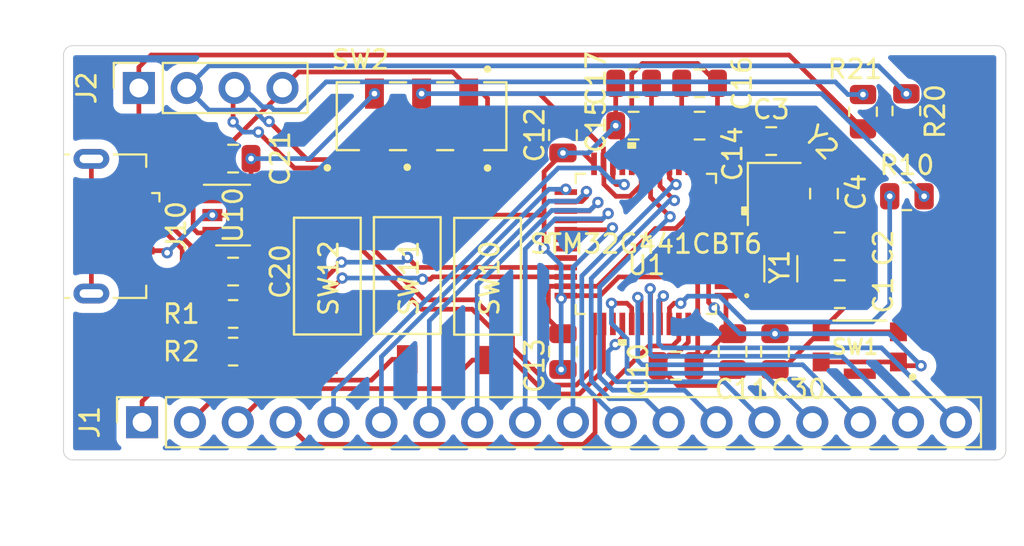
<source format=kicad_pcb>
(kicad_pcb (version 20211014) (generator pcbnew)
  (layers (0 "F.Cu" signal) (31 "B.Cu" signal) (34 "B.Paste" user) (35 "F.Paste" user) (36 "B.SilkS" user "B.Silkscreen") (37 "F.SilkS" user "F.Silkscreen") (38 "B.Mask" user) (39 "F.Mask" user) (44 "Edge.Cuts" user))
  (net 0 "")
  (net 1 "GND")
  (net 2 "Net-(C1-Pad1)")
  (net 3 "Net-(C2-Pad2)")
  (net 4 "Net-(C3-Pad1)")
  (net 5 "Net-(C4-Pad1)")
  (net 6 "+3V3")
  (net 7 "+5V")
  (net 8 "Net-(C30-Pad1)")
  (net 9 "PD7")
  (net 10 "PD6")
  (net 11 "PD5")
  (net 12 "PD4")
  (net 13 "PD3")
  (net 14 "PD2")
  (net 15 "PD1")
  (net 16 "PD0")
  (net 17 "AD6")
  (net 18 "AD5")
  (net 19 "AD4")
  (net 20 "AD3")
  (net 21 "AD2")
  (net 22 "AD1")
  (net 23 "AD0")
  (net 24 "Net-(J1-Pad3)")
  (net 25 "Net-(J1-Pad2)")
  (net 26 "Net-(J1-Pad1)")
  (net 27 "Net-(J10-Pad6)")
  (net 28 "Net-(J10-Pad3)")
  (net 29 "Net-(J10-Pad4)")
  (net 30 "Net-(J10-Pad2)")
  (net 31 "D-")
  (net 32 "D+")
  (net 33 "Net-(R10-Pad2)")
  (net 34 "BOOT0")
  (net 35 "SCL")
  (net 36 "SDA")
  (net 37 "Net-(U1-Pad39)")
  (net 38 "Net-(U1-Pad32)")
  (net 39 "Net-(U1-Pad31)")
  (net 40 "Net-(U1-Pad30)")
  (net 41 "Net-(U1-Pad15)")
  (net 42 "Net-(U1-Pad14)")
  (net 43 "Net-(U1-Pad13)")
  (net 44 "Net-(U1-Pad12)")
  (net 45 "Net-(U1-Pad11)")
  (net 46 "Net-(U1-Pad10)")
  (net 47 "Net-(U1-Pad9)")
  (net 48 "Net-(U1-Pad8)")
  (net 49 "Net-(U1-Pad2)")
  (net 50 "Net-(U10-Pad4)")
  (footprint "Capacitor_SMD:C_0805_2012Metric" (layer "F.Cu") (at 131.75 77.75)
    (fp_text reference "C20")
    (fp_text value "C_Small")
  )
  (footprint "Capacitor_SMD:C_0805_2012Metric" (layer "F.Cu") (at 131.75 71.75)
    (fp_text reference "C21")
    (fp_text value "C_Small")
  )
  (footprint "Connector_PinSocket_2.54mm:PinSocket_1x18_P2.54mm_Vertical" (layer "F.Cu") (at 126.92 85.75 90)
    (fp_text reference "J1")
    (fp_text value "Conn_01x18")
  )
  (footprint "Connector_USB:USB_Micro-B_GCT_USB3076-30-A" (layer "F.Cu") (at 125.43 75.34 -90)
    (fp_text reference "J10")
    (fp_text value "USB_B_Micro")
  )
  (footprint "Button_Switch_SMD:SW_SPDT_JS202011JCQN" (layer "F.Cu") (at 141.75 69.5 -90)
    (fp_text reference "SW2")
    (fp_text value "SW_SPDT")
  )
  (footprint "Button_Switch_SMD:SW_DIP_SPSTx01_DS04-254-2-01BK-SMT" (layer "F.Cu") (at 145.25 78 -90)
    (fp_text reference "SW10")
    (fp_text value "SW_SPST")
  )
  (footprint "Button_Switch_SMD:SW_DIP_SPSTx01_DS04-254-2-01BK-SMT" (layer "F.Cu") (at 140.99 77.96 -90)
    (fp_text reference "SW11")
    (fp_text value "SW_SPST")
  )
  (footprint "Button_Switch_SMD:SW_DIP_SPSTx01_DS04-254-2-01BK-SMT" (layer "F.Cu") (at 136.75 77.99 -90)
    (fp_text reference "SW12")
    (fp_text value "SW_SPST")
  )
  (footprint "Package_TO_SOT_SMD:SOT-23-5" (layer "F.Cu") (at 131.75 74.75)
    (fp_text reference "U10")
    (fp_text value "TPS73133DBV")
  )
  (footprint "Resistor_SMD:R_0805_2012Metric" (layer "F.Cu") (at 131.75 80)
    (fp_text reference "R1")
    (fp_text value "22r")
  )
  (footprint "Resistor_SMD:R_0805_2012Metric" (layer "F.Cu") (at 131.75 82)
    (fp_text reference "R2")
    (fp_text value "22r")
  )
  (footprint "Connector_PinSocket_2.54mm:PinSocket_1x04_P2.54mm_Vertical" (layer "F.Cu") (at 126.75 68 90)
    (fp_text reference "J2")
    (fp_text value "Conn_01x04")
  )
  (footprint "Button_Switch_SMD:SW_Push_KMR421GULCLFS" (layer "F.Cu") (at 165 81.75 180)
    (fp_text reference "SW1")
    (fp_text value "SW_SPST")
  )
  (footprint "Capacitor_SMD:C_0805_2012Metric" (layer "F.Cu") (at 163.94 78.95)
    (fp_text reference "C1")
    (fp_text value "15pF")
  )
  (footprint "Capacitor_SMD:C_0805_2012Metric" (layer "F.Cu") (at 163.1 73.61 90)
    (fp_text reference "C4")
    (fp_text value "22pF")
  )
  (footprint "Capacitor_SMD:C_0805_2012Metric" (layer "F.Cu") (at 149.25 82 90)
    (fp_text reference "C13")
    (fp_text value "0.1uF")
  )
  (footprint "Capacitor_SMD:C_0805_2012Metric" (layer "F.Cu") (at 158.25 82 -90)
    (fp_text reference "C11")
    (fp_text value "0.1uF")
  )
  (footprint "Capacitor_SMD:C_0805_2012Metric" (layer "F.Cu") (at 149.25 70.5 90)
    (fp_text reference "C12")
    (fp_text value "0.1uF")
  )
  (footprint "Capacitor_SMD:C_0805_2012Metric" (layer "F.Cu") (at 153 70)
    (fp_text reference "C15")
    (fp_text value "10nF")
  )
  (footprint "Capacitor_SMD:C_0805_2012Metric" (layer "F.Cu") (at 156.5 67.75 180)
    (fp_text reference "C16")
    (fp_text value "1uF")
  )
  (footprint "Capacitor_SMD:C_0805_2012Metric" (layer "F.Cu") (at 155.25 82.75 180)
    (fp_text reference "C10")
    (fp_text value "4.7uF")
  )
  (footprint "Capacitor_SMD:C_0805_2012Metric" (layer "F.Cu") (at 153 67.75)
    (fp_text reference "C17")
    (fp_text value "1uF")
  )
  (footprint "Capacitor_SMD:C_0805_2012Metric" (layer "F.Cu") (at 160.5 82 -90)
    (fp_text reference "C30")
    (fp_text value "0.1uF")
  )
  (footprint "Capacitor_SMD:C_0805_2012Metric" (layer "F.Cu") (at 163.93 76.41 180)
    (fp_text reference "C2")
    (fp_text value "15pF")
  )
  (footprint "Capacitor_SMD:C_0805_2012Metric" (layer "F.Cu") (at 160.3 70.82)
    (fp_text reference "C3")
    (fp_text value "22pF")
  )
  (footprint "Capacitor_SMD:C_0805_2012Metric" (layer "F.Cu") (at 156.5 70 180)
    (fp_text reference "C14")
    (fp_text value "0.1uF")
  )
  (footprint "MCU_ST_STM32G4:STM32G441CBT6" (layer "F.Cu") (at 153.65 76.28 180)
    (fp_text reference "U1")
    (fp_text value "STM32G441CBT6")
  )
  (footprint "Crystal:Crystal_SMD_2520-4Pin_2.5x2.0mm" (layer "F.Cu") (at 160.46 73.63 -90)
    (fp_text reference "Y2")
    (fp_text value "16mhz")
  )
  (footprint "Resistor_SMD:R_0805_2012Metric" (layer "F.Cu") (at 167.5 73.75)
    (fp_text reference "R10")
    (fp_text value "10k")
  )
  (footprint "Resistor_SMD:R_0805_2012Metric" (layer "F.Cu") (at 167.47 69.22 90)
    (fp_text reference "R20")
    (fp_text value "R_Small")
  )
  (footprint "Resistor_SMD:R_0805_2012Metric" (layer "F.Cu") (at 165.17 69.26 90)
    (fp_text reference "R21")
    (fp_text value "R_Small")
  )
  (footprint "Crystal:Crystal_SMD_3215-2Pin_3.2x1.5mm" (layer "F.Cu") (at 160.81 77.6 -90)
    (fp_text reference "Y1")
    (fp_text value "32khz")
  )
  (gr_line (start 122.75 66.25) (end 122.75 87.25) (layer "Edge.Cuts") (width 0.05))
  (gr_line (start 123.25 87.75) (end 172.25 87.75) (layer "Edge.Cuts") (width 0.05))
  (gr_line (start 172.75 87.25) (end 172.75 66.25) (layer "Edge.Cuts") (width 0.05))
  (gr_line (start 172.25 65.75) (end 123.25 65.75) (layer "Edge.Cuts") (width 0.05))
  (gr_arc (start 123.25 87.75) (mid 122.896447 87.603553) (end 122.75 87.25) (layer "Edge.Cuts") (width 0.05))
  (gr_arc (start 172.75 87.25) (mid 172.603553 87.603553) (end 172.25 87.75) (layer "Edge.Cuts") (width 0.05))
  (gr_arc (start 172.25 65.75) (mid 172.603553 65.896447) (end 172.75 66.25) (layer "Edge.Cuts") (width 0.05))
  (gr_arc (start 122.75 66.25) (mid 122.896447 65.896447) (end 123.25 65.75) (layer "Edge.Cuts") (width 0.05))
  (segment (start 156.80001 71.05001) (end 156.60001 71.05001) (width 0.25) (layer "F.Cu") (net 1))
  (segment (start 148.4781 80.2781) (end 148.4781 78.605002) (width 0.25) (layer "F.Cu") (net 1))
  (segment (start 155.55 67.75) (end 155.55 70) (width 0.25) (layer "F.Cu") (net 1))
  (segment (start 161.25 70.82) (end 160.19999 69.76999) (width 0.25) (layer "F.Cu") (net 1))
  (segment (start 161.16 72.970002) (end 161.16 72.755) (width 0.2) (layer "F.Cu") (net 1))
  (segment (start 151.083589 78.530001) (end 154.151923 75.461667) (width 0.25) (layer "F.Cu") (net 1))
  (segment (start 157.680461 83.519539) (end 158.25 82.95) (width 0.25) (layer "F.Cu") (net 1))
  (segment (start 153.95 70) (end 155.55 70) (width 0.25) (layer "F.Cu") (net 1))
  (segment (start 155.22025 82.180461) (end 155.900001 81.50071) (width 0.25) (layer "F.Cu") (net 1))
  (segment (start 160.89 82.95) (end 160.5 82.95) (width 0.25) (layer "F.Cu") (net 1))
  (segment (start 158.25 82.95) (end 160.5 82.95) (width 0.25) (layer "F.Cu") (net 1))
  (segment (start 130.8 71.75) (end 134.37 68.18) (width 0.25) (layer "F.Cu") (net 1))
  (segment (start 159.76 74.370002) (end 161.16 72.970002) (width 0.2) (layer "F.Cu") (net 1))
  (segment (start 164.88 78.94) (end 164.89 78.95) (width 0.25) (layer "F.Cu") (net 1))
  (segment (start 130.8 71.75) (end 131.505001 72.455001) (width 0.25) (layer "F.Cu") (net 1))
  (segment (start 131.505001 76.555001) (end 131.505001 74.825001) (width 0.25) (layer "F.Cu") (net 1))
  (segment (start 143.400001 67.150001) (end 144.25 68) (width 0.25) (layer "F.Cu") (net 1))
  (segment (start 134.37 68.18) (end 134.37 68) (width 0.25) (layer "F.Cu") (net 1))
  (segment (start 163.005 72.755) (end 163.1 72.66) (width 0.25) (layer "F.Cu") (net 1))
  (segment (start 153.95 70) (end 153.95 67.75) (width 0.25) (layer "F.Cu") (net 1))
  (segment (start 164.88 76.41) (end 164.88 78.94) (width 0.25) (layer "F.Cu") (net 1))
  (segment (start 156.119539 70.569539) (end 155.55 70) (width 0.25) (layer "F.Cu") (net 1))
  (segment (start 149.400001 78.530001) (end 151.083589 78.530001) (width 0.25) (layer "F.Cu") (net 1))
  (segment (start 132.7 77.75) (end 131.505001 76.555001) (width 0.25) (layer "F.Cu") (net 1))
  (segment (start 157.39999 83.80001) (end 157.680461 83.519539) (width 0.25) (layer "F.Cu") (net 1))
  (segment (start 128.14 76.64) (end 128.25 76.75) (width 0.25) (layer "F.Cu") (net 1))
  (segment (start 150.336437 70.119539) (end 149.819539 70.119539) (width 0.25) (layer "F.Cu") (net 1))
  (segment (start 148.553101 78.530001) (end 149.400001 78.530001) (width 0.25) (layer "F.Cu") (net 1))
  (segment (start 156.877401 73.817895) (end 156.877401 71.127401) (width 0.25) (layer "F.Cu") (net 1))
  (segment (start 131.505001 74.825001) (end 131.43 74.75) (width 0.25) (layer "F.Cu") (net 1))
  (segment (start 162.95 80.95) (end 163.65 80.95) (width 0.25) (layer "F.Cu") (net 1))
  (segment (start 145.25 73.55) (end 145.25 68.55) (width 0.25) (layer "F.Cu") (net 1))
  (segment (start 126.88 76.64) (end 128.14 76.64) (width 0.25) (layer "F.Cu") (net 1))
  (segment (start 131.43 74.75) (end 130.65 74.75) (width 0.25) (layer "F.Cu") (net 1))
  (segment (start 151.399999 72.030001) (end 151.399999 71.183101) (width 0.25) (layer "F.Cu") (net 1))
  (segment (start 145 68.3) (end 144.25 68.3) (width 0.25) (layer "F.Cu") (net 1))
  (segment (start 135.219999 67.150001) (end 143.400001 67.150001) (width 0.25) (layer "F.Cu") (net 1))
  (segment (start 154.3 82.75) (end 154.869539 82.180461) (width 0.25) (layer "F.Cu") (net 1))
  (segment (start 153.4 70.55) (end 153.95 70) (width 0.25) (layer "F.Cu") (net 1))
  (segment (start 152.064327 73.751904) (end 151.4226 73.110177) (width 0.25) (layer "F.Cu") (net 1))
  (segment (start 160.19999 69.76999) (end 158.86182 69.76999) (width 0.25) (layer "F.Cu") (net 1))
  (segment (start 153.4 72.030001) (end 153.4 70.55) (width 0.25) (layer "F.Cu") (net 1))
  (segment (start 156.60001 71.05001) (end 156.119539 70.569539) (width 0.25) (layer "F.Cu") (net 1))
  (segment (start 152.800001 73.751904) (end 152.064327 73.751904) (width 0.25) (layer "F.Cu") (net 1))
  (segment (start 155.900001 81.50071) (end 155.900001 81.376899) (width 0.25) (layer "F.Cu") (net 1))
  (segment (start 155.35001 83.80001) (end 157.39999 83.80001) (width 0.25) (layer "F.Cu") (net 1))
  (segment (start 151.399999 71.183101) (end 150.336437 70.119539) (width 0.25) (layer "F.Cu") (net 1))
  (segment (start 154.151923 75.461667) (end 155.233629 75.461667) (width 0.25) (layer "F.Cu") (net 1))
  (segment (start 155.233629 75.461667) (end 156.877401 73.817895) (width 0.25) (layer "F.Cu") (net 1))
  (segment (start 158.27501 70.3568) (end 158.27501 70.71318) (width 0.25) (layer "F.Cu") (net 1))
  (segment (start 144.25 68.3) (end 148 68.3) (width 0.25) (layer "F.Cu") (net 1))
  (segment (start 163.65 80.95) (end 167.05 80.95) (width 0.25) (layer "F.Cu") (net 1))
  (segment (start 161.16 72.755) (end 163.005 72.755) (width 0.25) (layer "F.Cu") (net 1))
  (segment (start 161.16 70.91) (end 161.25 70.82) (width 0.25) (layer "F.Cu") (net 1))
  (segment (start 154.3 82.75) (end 155.35001 83.80001) (width 0.25) (layer "F.Cu") (net 1))
  (segment (start 158.86182 69.76999) (end 158.27501 70.3568) (width 0.25) (layer "F.Cu") (net 1))
  (segment (start 164.88 74.44) (end 163.1 72.66) (width 0.25) (layer "F.Cu") (net 1))
  (segment (start 148 68.3) (end 149.25 69.55) (width 0.25) (layer "F.Cu") (net 1))
  (segment (start 154.869539 82.180461) (end 155.22025 82.180461) (width 0.25) (layer "F.Cu") (net 1))
  (segment (start 145.25 68.55) (end 145 68.3) (width 0.25) (layer "F.Cu") (net 1))
  (segment (start 131.505001 72.455001) (end 131.505001 74.825001) (width 0.25) (layer "F.Cu") (net 1))
  (segment (start 159.76 74.505) (end 159.76 74.370002) (width 0.2) (layer "F.Cu") (net 1))
  (segment (start 144.25 68) (end 144.25 68.3) (width 0.25) (layer "F.Cu") (net 1))
  (segment (start 148.4781 78.605002) (end 148.553101 78.530001) (width 0.25) (layer "F.Cu") (net 1))
  (segment (start 151.4226 72.052602) (end 151.399999 72.030001) (width 0.25) (layer "F.Cu") (net 1))
  (segment (start 155.900001 81.376899) (end 155.900001 80.529999) (width 0.25) (layer "F.Cu") (net 1))
  (segment (start 161.16 72.755) (end 161.16 70.91) (width 0.25) (layer "F.Cu") (net 1))
  (segment (start 151.4226 73.110177) (end 151.4226 72.052602) (width 0.25) (layer "F.Cu") (net 1))
  (segment (start 153.4 73.151905) (end 152.800001 73.751904) (width 0.25) (layer "F.Cu") (net 1))
  (segment (start 134.37 68) (end 135.219999 67.150001) (width 0.25) (layer "F.Cu") (net 1))
  (segment (start 149.819539 70.119539) (end 149.25 69.55) (width 0.25) (layer "F.Cu") (net 1))
  (segment (start 149.25 81.05) (end 148.4781 80.2781) (width 0.25) (layer "F.Cu") (net 1))
  (segment (start 153.4 72.030001) (end 153.4 73.151905) (width 0.25) (layer "F.Cu") (net 1))
  (segment (start 157.93818 71.05001) (end 156.80001 71.05001) (width 0.25) (layer "F.Cu") (net 1))
  (segment (start 164.88 76.41) (end 164.88 74.44) (width 0.25) (layer "F.Cu") (net 1))
  (segment (start 158.27501 70.71318) (end 157.93818 71.05001) (width 0.25) (layer "F.Cu") (net 1))
  (segment (start 156.877401 71.127401) (end 156.80001 71.05001) (width 0.25) (layer "F.Cu") (net 1))
  (segment (start 164.89 78.95) (end 160.89 82.95) (width 0.25) (layer "F.Cu") (net 1))
  (via (at 130.65 74.75) (size 0.6) (drill 0.3) (layers "F.Cu" "B.Cu") (net 1))
  (via (at 128.25 76.75) (size 0.6) (drill 0.3) (layers "F.Cu" "B.Cu") (net 1))
  (segment (start 128.25 76.75) (end 130.25 74.75) (width 0.25) (layer "B.Cu") (net 1))
  (segment (start 130.25 74.75) (end 130.65 74.75) (width 0.25) (layer "B.Cu") (net 1))
  (segment (start 160.81 78.1) (end 160.81 78.85) (width 0.25) (layer "F.Cu") (net 2))
  (segment (start 162.99 78.95) (end 160.91 78.95) (width 0.25) (layer "F.Cu") (net 2))
  (segment (start 157.899999 78.029999) (end 160.739999 78.029999) (width 0.25) (layer "F.Cu") (net 2))
  (segment (start 160.91 78.95) (end 160.81 78.85) (width 0.25) (layer "F.Cu") (net 2))
  (segment (start 160.739999 78.029999) (end 160.81 78.1) (width 0.25) (layer "F.Cu") (net 2))
  (segment (start 160.81 77.1) (end 160.81 76.35) (width 0.25) (layer "F.Cu") (net 3))
  (segment (start 160.38 77.53) (end 160.81 77.1) (width 0.25) (layer "F.Cu") (net 3))
  (segment (start 157.899999 77.53) (end 160.38 77.53) (width 0.25) (layer "F.Cu") (net 3))
  (segment (start 160.81 76.35) (end 162.92 76.35) (width 0.25) (layer "F.Cu") (net 3))
  (segment (start 162.92 76.35) (end 162.98 76.41) (width 0.25) (layer "F.Cu") (net 3))
  (segment (start 158.734301 76.53) (end 158.934999 76.329302) (width 0.25) (layer "F.Cu") (net 4))
  (segment (start 158.934999 76.329302) (end 158.934999 73.655001) (width 0.25) (layer "F.Cu") (net 4))
  (segment (start 157.899999 76.53) (end 158.734301 76.53) (width 0.25) (layer "F.Cu") (net 4))
  (segment (start 159.76 72.83) (end 159.76 72.755) (width 0.25) (layer "F.Cu") (net 4))
  (segment (start 158.934999 73.655001) (end 159.76 72.83) (width 0.25) (layer "F.Cu") (net 4))
  (segment (start 159.35 72.345) (end 159.76 72.755) (width 0.25) (layer "F.Cu") (net 4))
  (segment (start 159.35 70.82) (end 159.35 72.345) (width 0.25) (layer "F.Cu") (net 4))
  (segment (start 159.584999 75.589999) (end 159.769997 75.405001) (width 0.25) (layer "F.Cu") (net 5))
  (segment (start 161.215 74.56) (end 161.16 74.505) (width 0.25) (layer "F.Cu") (net 5))
  (segment (start 161.084999 75.405001) (end 161.16 75.33) (width 0.25) (layer "F.Cu") (net 5))
  (segment (start 163.1 74.56) (end 161.215 74.56) (width 0.25) (layer "F.Cu") (net 5))
  (segment (start 159.769997 75.405001) (end 161.084999 75.405001) (width 0.25) (layer "F.Cu") (net 5))
  (segment (start 161.16 75.33) (end 161.16 74.505) (width 0.25) (layer "F.Cu") (net 5))
  (segment (start 158.87071 77.030001) (end 159.584999 76.315712) (width 0.25) (layer "F.Cu") (net 5))
  (segment (start 157.899999 77.030001) (end 158.87071 77.030001) (width 0.25) (layer "F.Cu") (net 5))
  (segment (start 159.584999 76.315712) (end 159.584999 75.589999) (width 0.25) (layer "F.Cu") (net 5))
  (segment (start 140.075001 69.425001) (end 139.25 68.6) (width 0.25) (layer "F.Cu") (net 6))
  (segment (start 152.4 72.030001) (end 152.899999 72.030001) (width 0.25) (layer "F.Cu") (net 6))
  (segment (start 156.4 80.529999) (end 156.4 82.55) (width 0.25) (layer "F.Cu") (net 6))
  (segment (start 143.03 74.75) (end 148.25 74.75) (width 0.25) (layer "F.Cu") (net 6))
  (segment (start 151.22 79.03) (end 152.214272 78.035728) (width 0.25) (layer "F.Cu") (net 6))
  (segment (start 148.25 76.5) (end 148.25 74.75) (width 0.25) (layer "F.Cu") (net 6))
  (segment (start 152.214272 78.035728) (end 156.035728 78.035728) (width 0.25) (layer "F.Cu") (net 6))
  (segment (start 152.899999 72.030001) (end 152.899999 67.261811) (width 0.25) (layer "F.Cu") (net 6))
  (segment (start 139.25 68.6) (end 139.25 68.3) (width 0.25) (layer "F.Cu") (net 6))
  (segment (start 156.2 82.75) (end 157.9 81.05) (width 0.25) (layer "F.Cu") (net 6))
  (segment (start 156.4 79.683099) (end 156.4 80.529999) (width 0.25) (layer "F.Cu") (net 6))
  (segment (start 148.25 74.75) (end 148.25 72.45) (width 0.25) (layer "F.Cu") (net 6))
  (segment (start 153.46182 66.69999) (end 156.39999 66.69999) (width 0.25) (layer "F.Cu") (net 6))
  (segment (start 152.4 70.35) (end 152.05 70) (width 0.25) (layer "F.Cu") (net 6))
  (segment (start 149.25 82.95) (end 149.155 82.95) (width 0.25) (layer "F.Cu") (net 6))
  (segment (start 156.880461 67.180461) (end 157.45 67.75) (width 0.25) (layer "F.Cu") (net 6))
  (segment (start 140.99 73.51) (end 140.989999 71.825001) (width 0.25) (layer "F.Cu") (net 6))
  (segment (start 156.4 78.4) (end 156.4 79.683099) (width 0.25) (layer "F.Cu") (net 6))
  (segment (start 156.4 82.55) (end 156.2 82.75) (width 0.25) (layer "F.Cu") (net 6))
  (segment (start 148.25 72.45) (end 149.25 71.45) (width 0.25) (layer "F.Cu") (net 6))
  (segment (start 140.075001 70.910003) (end 140.075001 69.425001) (width 0.25) (layer "F.Cu") (net 6))
  (segment (start 157.899999 80.699999) (end 158.25 81.05) (width 0.25) (layer "F.Cu") (net 6))
  (segment (start 140.99 73.51) (end 141.79 73.51) (width 0.25) (layer "F.Cu") (net 6))
  (segment (start 150.319999 71.45) (end 150.9 72.030001) (width 0.25) (layer "F.Cu") (net 6))
  (segment (start 152.4 72.030001) (end 152.4 70.35) (width 0.25) (layer "F.Cu") (net 6))
  (segment (start 149.25 71.45) (end 150.319999 71.45) (width 0.25) (layer "F.Cu") (net 6))
  (segment (start 132.7 73.65) (end 132.85 73.8) (width 0.25) (layer "F.Cu") (net 6))
  (segment (start 132.7 71.75) (end 132.7 73.65) (width 0.25) (layer "F.Cu") (net 6))
  (segment (start 156.035728 78.035728) (end 156.4 78.4) (width 0.25) (layer "F.Cu") (net 6))
  (segment (start 140.989999 71.825001) (end 140.075001 70.910003) (width 0.25) (layer "F.Cu") (net 6))
  (segment (start 157.899999 79.03) (end 157.899999 80.699999) (width 0.25) (layer "F.Cu") (net 6))
  (segment (start 156.39999 66.69999) (end 156.880461 67.180461) (width 0.25) (layer "F.Cu") (net 6))
  (segment (start 152.899999 67.261811) (end 153.46182 66.69999) (width 0.25) (layer "F.Cu") (net 6))
  (segment (start 157.45 70) (end 157.45 67.75) (width 0.25) (layer "F.Cu") (net 6))
  (segment (start 152.05 70) (end 152.05 67.75) (width 0.25) (layer "F.Cu") (net 6))
  (segment (start 149.400001 79.03) (end 151.22 79.03) (width 0.25) (layer "F.Cu") (net 6))
  (segment (start 157.9 81.05) (end 158.25 81.05) (width 0.25) (layer "F.Cu") (net 6))
  (segment (start 141.79 73.51) (end 143.03 74.75) (width 0.25) (layer "F.Cu") (net 6))
  (via (at 132.7 71.75) (size 0.6) (drill 0.3) (layers "F.Cu" "B.Cu") (net 6))
  (via (at 139.25 68.3) (size 0.6) (drill 0.3) (layers "F.Cu" "B.Cu") (net 6))
  (via (at 149.155 82.95) (size 0.6) (drill 0.3) (layers "F.Cu" "B.Cu") (net 6))
  (via (at 149.25 71.45) (size 0.6) (drill 0.3) (layers "F.Cu" "B.Cu") (net 6))
  (via (at 149.155 79.182403) (size 0.6) (drill 0.3) (layers "F.Cu" "B.Cu") (net 6))
  (via (at 152.05 70) (size 0.6) (drill 0.3) (layers "F.Cu" "B.Cu") (net 6))
  (via (at 148.25 76.5) (size 0.6) (drill 0.3) (layers "F.Cu" "B.Cu") (net 6))
  (segment (start 149.155 79.182403) (end 149.155 77.405) (width 0.25) (layer "B.Cu") (net 6))
  (segment (start 149.25 71.45) (end 150.6 71.45) (width 0.25) (layer "B.Cu") (net 6))
  (segment (start 149.155 82.95) (end 149.155 79.182403) (width 0.25) (layer "B.Cu") (net 6))
  (segment (start 135.8 71.75) (end 139.25 68.3) (width 0.25) (layer "B.Cu") (net 6))
  (segment (start 132.7 71.75) (end 135.8 71.75) (width 0.25) (layer "B.Cu") (net 6))
  (segment (start 150.6 71.45) (end 152.05 70) (width 0.25) (layer "B.Cu") (net 6))
  (segment (start 149.155 77.405) (end 148.25 76.5) (width 0.25) (layer "B.Cu") (net 6))
  (segment (start 165.17 70.1725) (end 167.43 70.1725) (width 0.25) (layer "F.Cu") (net 7))
  (segment (start 167.43 70.1725) (end 167.47 70.1325) (width 0.25) (layer "F.Cu") (net 7))
  (segment (start 131.369539 78.319539) (end 130.8 77.75) (width 0.25) (layer "F.Cu") (net 7))
  (segment (start 161.247481 66.249981) (end 127.400019 66.249981) (width 0.25) (layer "F.Cu") (net 7))
  (segment (start 129.63 74.04) (end 127.83 74.04) (width 0.25) (layer "F.Cu") (net 7))
  (segment (start 126.75 66.9) (end 126.75 68) (width 0.25) (layer "F.Cu") (net 7))
  (segment (start 126.75 70.105) (end 130.445 73.8) (width 0.25) (layer "F.Cu") (net 7))
  (segment (start 130.445 73.8) (end 130.65 73.8) (width 0.25) (layer "F.Cu") (net 7))
  (segment (start 130.65 77.6) (end 130.8 77.75) (width 0.25) (layer "F.Cu") (net 7))
  (segment (start 126.75 68) (end 126.75 70.105) (width 0.25) (layer "F.Cu") (net 7))
  (segment (start 129.87 75.7) (end 129.63 75.46) (width 0.25) (layer "F.Cu") (net 7))
  (segment (start 130.65 75.7) (end 130.65 77.6) (width 0.25) (layer "F.Cu") (net 7))
  (segment (start 136.75 75.23819) (end 133.18818 78.80001) (width 0.25) (layer "F.Cu") (net 7))
  (segment (start 133.18818 78.80001) (end 131.85001 78.80001) (width 0.25) (layer "F.Cu") (net 7))
  (segment (start 130.65 75.7) (end 129.87 75.7) (width 0.25) (layer "F.Cu") (net 7))
  (segment (start 127.83 74.04) (end 126.88 74.04) (width 0.25) (layer "F.Cu") (net 7))
  (segment (start 165.17 70.1725) (end 161.247481 66.249981) (width 0.25) (layer "F.Cu") (net 7))
  (segment (start 130.65 73.8) (end 129.87 73.8) (width 0.25) (layer "F.Cu") (net 7))
  (segment (start 129.87 73.8) (end 129.63 74.04) (width 0.25) (layer "F.Cu") (net 7))
  (segment (start 127.400019 66.249981) (end 126.75 66.9) (width 0.25) (layer "F.Cu") (net 7))
  (segment (start 131.85001 78.80001) (end 131.369539 78.319539) (width 0.25) (layer "F.Cu") (net 7))
  (segment (start 136.75 73.54) (end 136.75 75.23819) (width 0.25) (layer "F.Cu") (net 7))
  (segment (start 129.63 75.46) (end 129.63 74.04) (width 0.25) (layer "F.Cu") (net 7))
  (segment (start 156.978098 79.385501) (end 157.274999 79.682402) (width 0.25) (layer "F.Cu") (net 8))
  (segment (start 157.899999 76.03) (end 157.053099 76.03) (width 0.25) (layer "F.Cu") (net 8))
  (segment (start 162.95 82.55) (end 167.05 82.55) (width 0.25) (layer "F.Cu") (net 8))
  (segment (start 168.25 82.75) (end 167.25 82.75) (width 0.25) (layer "F.Cu") (net 8))
  (segment (start 167.25 82.75) (end 167.05 82.55) (width 0.25) (layer "F.Cu") (net 8))
  (segment (start 156.978098 76.105001) (end 156.978098 79.385501) (width 0.25) (layer "F.Cu") (net 8))
  (segment (start 157.053099 76.03) (end 156.978098 76.105001) (width 0.25) (layer "F.Cu") (net 8))
  (via (at 157.274999 79.682402) (size 0.6) (drill 0.3) (layers "F.Cu" "B.Cu") (net 8))
  (via (at 168.25 82.75) (size 0.6) (drill 0.3) (layers "F.Cu" "B.Cu") (net 8))
  (via (at 160.5 81.05) (size 0.6) (drill 0.3) (layers "F.Cu" "B.Cu") (net 8))
  (segment (start 166.55 81.05) (end 168.25 82.75) (width 0.25) (layer "B.Cu") (net 8))
  (segment (start 160.5 81.05) (end 166.55 81.05) (width 0.25) (layer "B.Cu") (net 8))
  (segment (start 157.274999 79.682402) (end 158.642597 81.05) (width 0.25) (layer "B.Cu") (net 8))
  (segment (start 158.642597 81.05) (end 160.5 81.05) (width 0.25) (layer "B.Cu") (net 8))
  (segment (start 154.579169 79.043075) (end 154.400001 79.222243) (width 0.25) (layer "F.Cu") (net 9))
  (segment (start 154.400001 79.222243) (end 154.400001 80.529999) (width 0.25) (layer "F.Cu") (net 9))
  (via (at 154.579169 79.043075) (size 0.6) (drill 0.3) (layers "F.Cu" "B.Cu") (net 9))
  (segment (start 154.54994 81.79994) (end 154.326459 81.576459) (width 0.25) (layer "B.Cu") (net 9))
  (segment (start 170.1 85.75) (end 166.14994 81.79994) (width 0.25) (layer "B.Cu") (net 9))
  (segment (start 166.14994 81.79994) (end 154.54994 81.79994) (width 0.25) (layer "B.Cu") (net 9))
  (segment (start 154.326459 81.576459) (end 154.326459 79.295785) (width 0.25) (layer "B.Cu") (net 9))
  (segment (start 154.326459 79.295785) (end 154.579169 79.043075) (width 0.25) (layer "B.Cu") (net 9))
  (segment (start 153.9 78.68428) (end 153.9 80.529999) (width 0.25) (layer "F.Cu") (net 10))
  (segment (start 153.876449 78.660729) (end 153.9 78.68428) (width 0.25) (layer "F.Cu") (net 10))
  (via (at 153.876449 78.660729) (size 0.6) (drill 0.3) (layers "F.Cu" "B.Cu") (net 10))
  (segment (start 153.876449 78.660729) (end 153.876449 82.126449) (width 0.25) (layer "B.Cu") (net 10))
  (segment (start 153.876449 82.126449) (end 153.99995 82.24995) (width 0.25) (layer "B.Cu") (net 10))
  (segment (start 164.05995 82.24995) (end 167.56 85.75) (width 0.25) (layer "B.Cu") (net 10))
  (segment (start 153.99995 82.24995) (end 164.05995 82.24995) (width 0.25) (layer "B.Cu") (net 10))
  (segment (start 153.222906 79.122122) (end 153.4 79.299216) (width 0.25) (layer "F.Cu") (net 11))
  (segment (start 153.4 79.299216) (end 153.4 80.529999) (width 0.25) (layer "F.Cu") (net 11))
  (via (at 153.222906 79.122122) (size 0.6) (drill 0.3) (layers "F.Cu" "B.Cu") (net 11))
  (segment (start 153.44996 82.69996) (end 153.222906 82.472906) (width 0.25) (layer "B.Cu") (net 11))
  (segment (start 165.02 85.75) (end 161.96996 82.69996) (width 0.25) (layer "B.Cu") (net 11))
  (segment (start 161.96996 82.69996) (end 153.44996 82.69996) (width 0.25) (layer "B.Cu") (net 11))
  (segment (start 153.222906 82.472906) (end 153.222906 79.122122) (width 0.25) (layer "B.Cu") (net 11))
  (segment (start 152.899999 80.529999) (end 152.899999 79.683099) (width 0.25) (layer "F.Cu") (net 12))
  (segment (start 152.899999 79.683099) (end 152.649997 79.433097) (width 0.25) (layer "F.Cu") (net 12))
  (segment (start 152.649997 79.433097) (end 151.82501 79.433097) (width 0.25) (layer "F.Cu") (net 12))
  (via (at 151.82501 79.433097) (size 0.6) (drill 0.3) (layers "F.Cu" "B.Cu") (net 12))
  (segment (start 152.65 81.3269) (end 152.65 83.1) (width 0.25) (layer "B.Cu") (net 12))
  (segment (start 159.87997 83.14997) (end 162.48 85.75) (width 0.25) (layer "B.Cu") (net 12))
  (segment (start 152.65 83.1) (end 152.69997 83.14997) (width 0.25) (layer "B.Cu") (net 12))
  (segment (start 151.82501 79.433097) (end 151.82501 80.50191) (width 0.25) (layer "B.Cu") (net 12))
  (segment (start 152.69997 83.14997) (end 159.87997 83.14997) (width 0.25) (layer "B.Cu") (net 12))
  (segment (start 151.82501 80.50191) (end 152.65 81.3269) (width 0.25) (layer "B.Cu") (net 12))
  (segment (start 152.4 81.2519) (end 152.4 80.529999) (width 0.25) (layer "F.Cu") (net 13))
  (segment (start 152.024999 81.626901) (end 152.4 81.2519) (width 0.25) (layer "F.Cu") (net 13))
  (via (at 152.024999 81.626901) (size 0.6) (drill 0.3) (layers "F.Cu" "B.Cu") (net 13))
  (segment (start 151.65002 83.15002) (end 151.65002 82.67499) (width 0.25) (layer "B.Cu") (net 13))
  (segment (start 151.65002 82.67499) (end 151.65002 82.00188) (width 0.25) (layer "B.Cu") (net 13))
  (segment (start 155.88639 83.59998) (end 152.09998 83.59998) (width 0.25) (layer "B.Cu") (net 13))
  (segment (start 159.94 85.75) (end 157.78998 83.59998) (width 0.25) (layer "B.Cu") (net 13))
  (segment (start 151.65002 82.00188) (end 152.024999 81.626901) (width 0.25) (layer "B.Cu") (net 13))
  (segment (start 152.09998 83.59998) (end 151.65002 83.15002) (width 0.25) (layer "B.Cu") (net 13))
  (segment (start 157.78998 83.59998) (end 155.88639 83.59998) (width 0.25) (layer "B.Cu") (net 13))
  (segment (start 153.9 73.803038) (end 154.933628 74.836666) (width 0.25) (layer "F.Cu") (net 14))
  (segment (start 153.9 72.030001) (end 153.9 73.803038) (width 0.25) (layer "F.Cu") (net 14))
  (via (at 154.933628 74.836666) (size 0.6) (drill 0.3) (layers "F.Cu" "B.Cu") (net 14))
  (segment (start 155.69999 84.04999) (end 156.550001 84.900001) (width 0.25) (layer "B.Cu") (net 14))
  (segment (start 151.20001 78.570284) (end 151.20001 83.35719) (width 0.25) (layer "B.Cu") (net 14))
  (segment (start 154.933628 74.836666) (end 151.20001 78.570284) (width 0.25) (layer "B.Cu") (net 14))
  (segment (start 151.89281 84.04999) (end 155.69999 84.04999) (width 0.25) (layer "B.Cu") (net 14))
  (segment (start 151.20001 83.35719) (end 151.89281 84.04999) (width 0.25) (layer "B.Cu") (net 14))
  (segment (start 156.550001 84.900001) (end 157.4 85.75) (width 0.25) (layer "B.Cu") (net 14))
  (segment (start 154.400001 72.030001) (end 154.400001 73.208947) (width 0.25) (layer "F.Cu") (net 15))
  (segment (start 154.400001 73.208947) (end 155.162469 73.971415) (width 0.25) (layer "F.Cu") (net 15))
  (via (at 155.162469 73.971415) (size 0.6) (drill 0.3) (layers "F.Cu" "B.Cu") (net 15))
  (segment (start 154.86 85.75) (end 153.61 84.5) (width 0.25) (layer "B.Cu") (net 15))
  (segment (start 155.162469 73.971415) (end 155.133884 74) (width 0.25) (layer "B.Cu") (net 15))
  (segment (start 151.70641 84.5) (end 150.75 83.54359) (width 0.25) (layer "B.Cu") (net 15))
  (segment (start 152.68789 76.179666) (end 152.706745 76.179665) (width 0.25) (layer "B.Cu") (net 15))
  (segment (start 155.133884 74) (end 154.88641 74) (width 0.25) (layer "B.Cu") (net 15))
  (segment (start 154.88641 74) (end 152.706744 76.179666) (width 0.25) (layer "B.Cu") (net 15))
  (segment (start 153.61 84.5) (end 151.70641 84.5) (width 0.25) (layer "B.Cu") (net 15))
  (segment (start 150.75 78.117556) (end 152.68789 76.179666) (width 0.25) (layer "B.Cu") (net 15))
  (segment (start 152.706744 76.179666) (end 152.68789 76.179666) (width 0.25) (layer "B.Cu") (net 15))
  (segment (start 150.75 83.54359) (end 150.75 78.117556) (width 0.25) (layer "B.Cu") (net 15))
  (segment (start 154.9 72.776903) (end 154.9 72.030001) (width 0.25) (layer "F.Cu") (net 16))
  (segment (start 155.25 73.126903) (end 154.9 72.776903) (width 0.25) (layer "F.Cu") (net 16))
  (via (at 155.25 73.126903) (size 0.6) (drill 0.3) (layers "F.Cu" "B.Cu") (net 16))
  (segment (start 150.25 77.981146) (end 152.481146 75.75) (width 0.25) (layer "B.Cu") (net 16))
  (segment (start 152.32 85.75) (end 150.25 83.68) (width 0.25) (layer "B.Cu") (net 16))
  (segment (start 152.481146 75.75) (end 152.50149 75.729656) (width 0.25) (layer "B.Cu") (net 16))
  (segment (start 152.50149 75.729656) (end 152.520344 75.729656) (width 0.25) (layer "B.Cu") (net 16))
  (segment (start 152.520344 75.729656) (end 154.5 73.75) (width 0.25) (layer "B.Cu") (net 16))
  (segment (start 150.25 83.68) (end 150.25 77.981146) (width 0.25) (layer "B.Cu") (net 16))
  (segment (start 154.5 73.75) (end 155.123097 73.126903) (width 0.25) (layer "B.Cu") (net 16))
  (segment (start 155.123097 73.126903) (end 155.25 73.126903) (width 0.25) (layer "B.Cu") (net 16))
  (segment (start 149.400001 75.529999) (end 151.776145 75.529999) (width 0.25) (layer "F.Cu") (net 17))
  (segment (start 151.776145 75.529999) (end 151.876489 75.429655) (width 0.25) (layer "F.Cu") (net 17))
  (via (at 151.876489 75.429655) (size 0.6) (drill 0.3) (layers "F.Cu" "B.Cu") (net 17))
  (segment (start 149.78 85.75) (end 149.78 77.526144) (width 0.25) (layer "B.Cu") (net 17))
  (segment (start 149.78 77.526144) (end 151.876489 75.429655) (width 0.25) (layer "B.Cu") (net 17))
  (segment (start 151.650558 74.662219) (end 151.282777 75.03) (width 0.25) (layer "F.Cu") (net 18))
  (segment (start 151.282777 75.03) (end 149.400001 75.03) (width 0.25) (layer "F.Cu") (net 18))
  (via (at 151.650558 74.662219) (size 0.6) (drill 0.3) (layers "F.Cu" "B.Cu") (net 18))
  (segment (start 147.25 76.54564) (end 148.84563 74.95001) (width 0.25) (layer "B.Cu") (net 18))
  (segment (start 148.84563 74.95001) (end 151.362767 74.95001) (width 0.25) (layer "B.Cu") (net 18))
  (segment (start 147.24 85.75) (end 147.24 84.547919) (width 0.25) (layer "B.Cu") (net 18))
  (segment (start 147.25 84.537919) (end 147.25 76.54564) (width 0.25) (layer "B.Cu") (net 18))
  (segment (start 151.362767 74.95001) (end 151.650558 74.662219) (width 0.25) (layer "B.Cu") (net 18))
  (segment (start 147.24 84.547919) (end 147.25 84.537919) (width 0.25) (layer "B.Cu") (net 18))
  (segment (start 150.652188 74.530001) (end 149.400001 74.530001) (width 0.25) (layer "F.Cu") (net 19))
  (segment (start 151.106339 74.07585) (end 150.652188 74.530001) (width 0.25) (layer "F.Cu") (net 19))
  (via (at 151.106339 74.07585) (size 0.6) (drill 0.3) (layers "F.Cu" "B.Cu") (net 19))
  (segment (start 150.682189 74.5) (end 151.106339 74.07585) (width 0.25) (layer "B.Cu") (net 19))
  (segment (start 144.7 85.75) (end 144.7 78.45923) (width 0.25) (layer "B.Cu") (net 19))
  (segment (start 144.7 78.45923) (end 148.65923 74.5) (width 0.25) (layer "B.Cu") (net 19))
  (segment (start 148.65923 74.5) (end 150.682189 74.5) (width 0.25) (layer "B.Cu") (net 19))
  (segment (start 150.246901 74.029999) (end 149.400001 74.029999) (width 0.25) (layer "F.Cu") (net 20))
  (segment (start 150.246901 74.029999) (end 150.496903 73.779997) (width 0.25) (layer "F.Cu") (net 20))
  (segment (start 150.496903 73.779997) (end 150.496903 73.5) (width 0.25) (layer "F.Cu") (net 20))
  (via (at 150.496903 73.5) (size 0.6) (drill 0.3) (layers "F.Cu" "B.Cu") (net 20))
  (segment (start 149.98859 74.008313) (end 149.98859 74.01141) (width 0.25) (layer "B.Cu") (net 20))
  (segment (start 142.16 80.36282) (end 148.51141 74.01141) (width 0.25) (layer "B.Cu") (net 20))
  (segment (start 150.496903 73.5) (end 149.98859 74.008313) (width 0.25) (layer "B.Cu") (net 20))
  (segment (start 148.51141 74.01141) (end 149.98859 74.01141) (width 0.25) (layer "B.Cu") (net 20))
  (segment (start 142.16 85.75) (end 142.16 80.36282) (width 0.25) (layer "B.Cu") (net 20))
  (via (at 149.400001 73.377597) (size 0.6) (drill 0.3) (layers "F.Cu" "B.Cu") (net 21))
  (segment (start 148.508813 73.377597) (end 149.400001 73.377597) (width 0.25) (layer "B.Cu") (net 21))
  (segment (start 139.62 85.75) (end 139.62 82.26641) (width 0.25) (layer "B.Cu") (net 21))
  (segment (start 139.62 82.26641) (end 148.508813 73.377597) (width 0.25) (layer "B.Cu") (net 21))
  (segment (start 152.5 73.126903) (end 152.075736 73.126903) (width 0.25) (layer "F.Cu") (net 22))
  (segment (start 151.900001 72.951168) (end 151.900001 72.876901) (width 0.25) (layer "F.Cu") (net 22))
  (segment (start 151.900202 72.030202) (end 151.900001 72.030001) (width 0.25) (layer "F.Cu") (net 22))
  (segment (start 151.900001 72.876901) (end 151.900001 72.030001) (width 0.25) (layer "F.Cu") (net 22))
  (segment (start 152.075736 73.126903) (end 151.900001 72.951168) (width 0.25) (layer "F.Cu") (net 22))
  (via (at 152.5 73.126903) (size 0.6) (drill 0.3) (layers "F.Cu" "B.Cu") (net 22))
  (segment (start 137.08 84.17) (end 149 72.25) (width 0.25) (layer "B.Cu") (net 22))
  (segment (start 151.163694 72.25) (end 151.900202 72.986508) (width 0.25) (layer "B.Cu") (net 22))
  (segment (start 151.900202 72.986508) (end 152.359605 72.986508) (width 0.25) (layer "B.Cu") (net 22))
  (segment (start 137.08 85.75) (end 137.08 84.17) (width 0.25) (layer "B.Cu") (net 22))
  (segment (start 149 72.25) (end 151.163694 72.25) (width 0.25) (layer "B.Cu") (net 22))
  (segment (start 152.359605 72.986508) (end 152.5 73.126903) (width 0.25) (layer "B.Cu") (net 22))
  (segment (start 150.955001 84.556809) (end 150.955001 86.314001) (width 0.25) (layer "F.Cu") (net 23))
  (segment (start 155.399999 80.529999) (end 155.399999 81.364302) (width 0.25) (layer "F.Cu") (net 23))
  (segment (start 155.399999 81.364302) (end 155.064311 81.69999) (width 0.25) (layer "F.Cu") (net 23))
  (segment (start 134.54 85.75) (end 135.715001 86.925001) (width 0.25) (layer "F.Cu") (net 23))
  (segment (start 150.955001 86.314001) (end 150.344001 86.925001) (width 0.25) (layer "F.Cu") (net 23))
  (segment (start 155.064311 81.69999) (end 153.81182 81.69999) (width 0.25) (layer "F.Cu") (net 23))
  (segment (start 150.344001 86.925001) (end 135.715001 86.925001) (width 0.25) (layer "F.Cu") (net 23))
  (segment (start 153.81182 81.69999) (end 150.955001 84.556809) (width 0.25) (layer "F.Cu") (net 23))
  (segment (start 132 85.75) (end 133.784989 83.965011) (width 0.25) (layer "F.Cu") (net 24))
  (segment (start 144.45 82.45) (end 145.25 82.45) (width 0.25) (layer "F.Cu") (net 24))
  (segment (start 142.934989 83.965011) (end 144.45 82.45) (width 0.25) (layer "F.Cu") (net 24))
  (segment (start 133.784989 83.965011) (end 142.934989 83.965011) (width 0.25) (layer "F.Cu") (net 24))
  (segment (start 131.694999 83.515001) (end 139.084999 83.515001) (width 0.25) (layer "F.Cu") (net 25))
  (segment (start 140.19 82.41) (end 140.99 82.41) (width 0.25) (layer "F.Cu") (net 25))
  (segment (start 129.46 85.75) (end 131.694999 83.515001) (width 0.25) (layer "F.Cu") (net 25))
  (segment (start 139.084999 83.515001) (end 140.19 82.41) (width 0.25) (layer "F.Cu") (net 25))
  (segment (start 135.36499 83.02501) (end 135.95 82.44) (width 0.25) (layer "F.Cu") (net 26))
  (segment (start 135.95 82.44) (end 136.75 82.44) (width 0.25) (layer "F.Cu") (net 26))
  (segment (start 128.54499 83.02501) (end 135.36499 83.02501) (width 0.25) (layer "F.Cu") (net 26))
  (segment (start 126.92 85.75) (end 126.92 84.65) (width 0.25) (layer "F.Cu") (net 26))
  (segment (start 126.92 84.65) (end 128.54499 83.02501) (width 0.25) (layer "F.Cu") (net 26))
  (segment (start 124.23 73.09) (end 124.3 73.02) (width 0.25) (layer "F.Cu") (net 27))
  (segment (start 124.23 77.59) (end 124.3 77.66) (width 0.25) (layer "F.Cu") (net 27))
  (segment (start 124.23 74.215) (end 124.23 76.465) (width 0.25) (layer "F.Cu") (net 27))
  (segment (start 125.485 77.66) (end 126.46 77.66) (width 0.25) (layer "F.Cu") (net 27))
  (segment (start 124.23 74.215) (end 124.23 71.765) (width 0.25) (layer "F.Cu") (net 27))
  (segment (start 124.23 76.465) (end 124.23 78.915) (width 0.25) (layer "F.Cu") (net 27))
  (segment (start 125.485 73.02) (end 126.46 73.02) (width 0.25) (layer "F.Cu") (net 27))
  (segment (start 124.23 76.465) (end 124.23 77.59) (width 0.25) (layer "F.Cu") (net 27))
  (segment (start 124.3 77.66) (end 125.485 77.66) (width 0.25) (layer "F.Cu") (net 27))
  (segment (start 124.3 73.02) (end 125.485 73.02) (width 0.25) (layer "F.Cu") (net 27))
  (segment (start 124.23 74.215) (end 124.23 73.09) (width 0.25) (layer "F.Cu") (net 27))
  (segment (start 126.88 75.34) (end 127.83 75.34) (width 0.25) (layer "F.Cu") (net 28))
  (segment (start 130.260882 81.423382) (end 130.8375 82) (width 0.25) (layer "F.Cu") (net 28))
  (segment (start 127.83 75.34) (end 129.04999 76.55999) (width 0.25) (layer "F.Cu") (net 28))
  (segment (start 129.04999 76.55999) (end 129.04999 80.21249) (width 0.25) (layer "F.Cu") (net 28))
  (segment (start 129.04999 80.21249) (end 130.260882 81.423382) (width 0.25) (layer "F.Cu") (net 28))
  (segment (start 129.5 76.37359) (end 129.5 78.6625) (width 0.25) (layer "F.Cu") (net 30))
  (segment (start 126.88 74.69) (end 127.81641 74.69) (width 0.25) (layer "F.Cu") (net 30))
  (segment (start 130.8375 80) (end 129.5 78.6625) (width 0.25) (layer "F.Cu") (net 30))
  (segment (start 127.81641 74.69) (end 129.5 76.37359) (width 0.25) (layer "F.Cu") (net 30))
  (segment (start 134.75 80) (end 137.5 77.25) (width 0.25) (layer "F.Cu") (net 31))
  (segment (start 141.53 77.53) (end 149.400001 77.53) (width 0.25) (layer "F.Cu") (net 31))
  (segment (start 141 77) (end 141.53 77.53) (width 0.25) (layer "F.Cu") (net 31))
  (segment (start 132.6625 80) (end 134.75 80) (width 0.25) (layer "F.Cu") (net 31))
  (via (at 141 77) (size 0.6) (drill 0.3) (layers "F.Cu" "B.Cu") (net 31))
  (via (at 137.5 77.25) (size 0.6) (drill 0.3) (layers "F.Cu" "B.Cu") (net 31))
  (segment (start 140.75 77.25) (end 141 77) (width 0.25) (layer "B.Cu") (net 31))
  (segment (start 137.5 77.25) (end 140.75 77.25) (width 0.25) (layer "B.Cu") (net 31))
  (segment (start 142.219227 78.155) (end 142.344228 78.029999) (width 0.25) (layer "F.Cu") (net 32))
  (segment (start 141.794963 78.155) (end 142.219227 78.155) (width 0.25) (layer "F.Cu") (net 32))
  (segment (start 148.553101 78.029999) (end 149.400001 78.029999) (width 0.25) (layer "F.Cu") (net 32))
  (segment (start 142.344228 78.029999) (end 148.553101 78.029999) (width 0.25) (layer "F.Cu") (net 32))
  (segment (start 133.633885 82) (end 137.541941 78.091944) (width 0.25) (layer "F.Cu") (net 32))
  (segment (start 132.6625 82) (end 133.633885 82) (width 0.25) (layer "F.Cu") (net 32))
  (via (at 141.794963 78.155) (size 0.6) (drill 0.3) (layers "F.Cu" "B.Cu") (net 32))
  (via (at 137.541941 78.091944) (size 0.6) (drill 0.3) (layers "F.Cu" "B.Cu") (net 32))
  (segment (start 137.541941 78.091944) (end 141.731907 78.091944) (width 0.25) (layer "B.Cu") (net 32))
  (segment (start 141.731907 78.091944) (end 141.794963 78.155) (width 0.25) (layer "B.Cu") (net 32))
  (via (at 141.75 68.3) (size 0.6) (drill 0.3) (layers "F.Cu" "B.Cu") (net 33))
  (via (at 168.4125 73.75) (size 0.6) (drill 0.3) (layers "F.Cu" "B.Cu") (net 33))
  (segment (start 168.4125 73.75) (end 162.9625 68.3) (width 0.25) (layer "B.Cu") (net 33))
  (segment (start 162.9625 68.3) (end 141.75 68.3) (width 0.25) (layer "B.Cu") (net 33))
  (segment (start 154.9 80.529999) (end 154.9 79.683099) (width 0.25) (layer "F.Cu") (net 34))
  (segment (start 154.9 79.683099) (end 155.150002 79.433097) (width 0.25) (layer "F.Cu") (net 34))
  (segment (start 155.150002 79.433097) (end 155.499443 79.433097) (width 0.25) (layer "F.Cu") (net 34))
  (via (at 166.5875 73.75) (size 0.6) (drill 0.3) (layers "F.Cu" "B.Cu") (net 34))
  (via (at 155.499443 79.433097) (size 0.6) (drill 0.3) (layers "F.Cu" "B.Cu") (net 34))
  (segment (start 155.875139 79.057401) (end 157.557401 79.057401) (width 0.25) (layer "B.Cu") (net 34))
  (segment (start 155.499443 79.433097) (end 155.875139 79.057401) (width 0.25) (layer "B.Cu") (net 34))
  (segment (start 165.674999 80.424999) (end 166.5875 79.512498) (width 0.25) (layer "B.Cu") (net 34))
  (segment (start 157.557401 79.057401) (end 158.924999 80.424999) (width 0.25) (layer "B.Cu") (net 34))
  (segment (start 158.924999 80.424999) (end 165.674999 80.424999) (width 0.25) (layer "B.Cu") (net 34))
  (segment (start 166.5875 79.512498) (end 166.5875 73.75) (width 0.25) (layer "B.Cu") (net 34))
  (segment (start 138.70001 76.0636) (end 138.70001 72.968598) (width 0.25) (layer "F.Cu") (net 35))
  (segment (start 148.53682 83.77501) (end 146.575011 81.813201) (width 0.25) (layer "F.Cu") (net 35))
  (segment (start 137.531402 71.79999) (end 135.681363 71.79999) (width 0.25) (layer "F.Cu") (net 35))
  (segment (start 135.681363 71.79999) (end 133.657629 69.776256) (width 0.25) (layer "F.Cu") (net 35))
  (segment (start 141.88641 79.25) (end 138.70001 76.0636) (width 0.25) (layer "F.Cu") (net 35))
  (segment (start 149.96318 83.77501) (end 148.53682 83.77501) (width 0.25) (layer "F.Cu") (net 35))
  (segment (start 144.571412 79.25) (end 141.88641 79.25) (width 0.25) (layer "F.Cu") (net 35))
  (segment (start 146.575011 81.813201) (end 146.57501 81.253598) (width 0.25) (layer "F.Cu") (net 35))
  (segment (start 150.9 82.83819) (end 149.96318 83.77501) (width 0.25) (layer "F.Cu") (net 35))
  (segment (start 150.9 80.529999) (end 150.9 82.83819) (width 0.25) (layer "F.Cu") (net 35))
  (segment (start 138.70001 72.968598) (end 137.531402 71.79999) (width 0.25) (layer "F.Cu") (net 35))
  (segment (start 146.57501 81.253598) (end 144.571412 79.25) (width 0.25) (layer "F.Cu") (net 35))
  (via (at 167.47 68.3075) (size 0.6) (drill 0.3) (layers "F.Cu" "B.Cu") (net 35))
  (via (at 133.657629 69.776256) (size 0.6) (drill 0.3) (layers "F.Cu" "B.Cu") (net 35))
  (segment (start 133.657629 69.776256) (end 133.451258 69.776256) (width 0.25) (layer "B.Cu") (net 35))
  (segment (start 133.451258 69.776256) (end 132.850003 69.175001) (width 0.25) (layer "B.Cu") (net 35))
  (segment (start 130.139999 68.849999) (end 129.29 68) (width 0.25) (layer "B.Cu") (net 35))
  (segment (start 167.47 68.3075) (end 165.987499 66.824999) (width 0.25) (layer "B.Cu") (net 35))
  (segment (start 165.987499 66.824999) (end 130.465001 66.824999) (width 0.25) (layer "B.Cu") (net 35))
  (segment (start 130.465001 69.175001) (end 130.139999 68.849999) (width 0.25) (layer "B.Cu") (net 35))
  (segment (start 130.465001 66.824999) (end 130.139999 67.150001) (width 0.25) (layer "B.Cu") (net 35))
  (segment (start 130.139999 67.150001) (end 129.29 68) (width 0.25) (layer "B.Cu") (net 35))
  (segment (start 132.850003 69.175001) (end 130.465001 69.175001) (width 0.25) (layer "B.Cu") (net 35))
  (segment (start 137.345002 72.25) (end 135 72.25) (width 0.25) (layer "F.Cu") (net 36))
  (segment (start 150.1246 84.25) (end 148.5 84.25) (width 0.25) (layer "F.Cu") (net 36))
  (segment (start 141.75 79.75) (end 138.25 76.25) (width 0.25) (layer "F.Cu") (net 36))
  (segment (start 148.5 84.25) (end 148.47502 84.22502) (width 0.25) (layer "F.Cu") (net 36))
  (segment (start 138.25 73.154998) (end 137.345002 72.25) (width 0.25) (layer "F.Cu") (net 36))
  (segment (start 131.75 68.08) (end 131.83 68) (width 0.25) (layer "F.Cu") (net 36))
  (segment (start 151.399999 82.974601) (end 150.1246 84.25) (width 0.25) (layer "F.Cu") (net 36))
  (segment (start 146.125001 81.999601) (end 146.125001 81.439999) (width 0.25) (layer "F.Cu") (net 36))
  (segment (start 151.399999 80.529999) (end 151.399999 82.974601) (width 0.25) (layer "F.Cu") (net 36))
  (segment (start 148.47502 84.22502) (end 148.35042 84.22502) (width 0.25) (layer "F.Cu") (net 36))
  (segment (start 135 72.25) (end 133.091942 70.341942) (width 0.25) (layer "F.Cu") (net 36))
  (segment (start 146.125001 81.439999) (end 144.435002 79.75) (width 0.25) (layer "F.Cu") (net 36))
  (segment (start 131.75 69.800001) (end 131.75 68.08) (width 0.25) (layer "F.Cu") (net 36))
  (segment (start 144.435002 79.75) (end 141.75 79.75) (width 0.25) (layer "F.Cu") (net 36))
  (segment (start 138.25 76.25) (end 138.25 73.154998) (width 0.25) (layer "F.Cu") (net 36))
  (segment (start 148.35042 84.22502) (end 146.125001 81.999601) (width 0.25) (layer "F.Cu") (net 36))
  (via (at 133.091942 70.341942) (size 0.6) (drill 0.3) (layers "F.Cu" "B.Cu") (net 36))
  (via (at 165.17 68.3475) (size 0.6) (drill 0.3) (layers "F.Cu" "B.Cu") (net 36))
  (via (at 131.75 69.800001) (size 0.6) (drill 0.3) (layers "F.Cu" "B.Cu") (net 36))
  (segment (start 165.17 68.3475) (end 164.37 68.3475) (width 0.25) (layer "B.Cu") (net 36))
  (segment (start 133.925001 69.175001) (end 133.75 69) (width 0.25) (layer "B.Cu") (net 36))
  (segment (start 135.183886 69.175001) (end 133.925001 69.175001) (width 0.25) (layer "B.Cu") (net 36))
  (segment (start 132.311412 68) (end 131.83 68) (width 0.25) (layer "B.Cu") (net 36))
  (segment (start 164.37 68.3475) (end 163.697499 67.674999) (width 0.25) (layer "B.Cu") (net 36))
  (segment (start 136.683888 67.674999) (end 135.183886 69.175001) (width 0.25) (layer "B.Cu") (net 36))
  (segment (start 133.75 69) (end 133.311412 69) (width 0.25) (layer "B.Cu") (net 36))
  (segment (start 132.291941 70.341942) (end 131.75 69.800001) (width 0.25) (layer "B.Cu") (net 36))
  (segment (start 133.311412 69) (end 132.311412 68) (width 0.25) (layer "B.Cu") (net 36))
  (segment (start 133.091942 70.341942) (end 132.291941 70.341942) (width 0.25) (layer "B.Cu") (net 36))
  (segment (start 163.697499 67.674999) (end 136.683888 67.674999) (width 0.25) (layer "B.Cu") (net 36))
  (zone (net 0) (net_name "") (layer "B.Cu") (connect_pads (clearance 0.508)) (min_thickness 0.254) (fill yes (thermal_gap 0.508) (thermal_bridge_width 0.508))
    (polygon (pts (xy 123 66.25) (xy 123 87.25) (xy 123.25 87.5) (xy 172.25 87.5) (xy 172.5 87.25) (xy 172.5 66.25) (xy 172.25 66) (xy 123.25 66)))
  )
)
</source>
